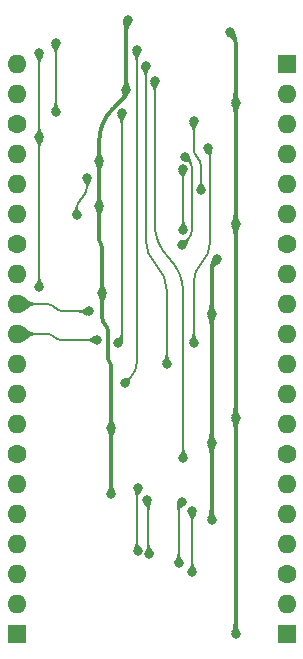
<source format=gbl>
%TF.GenerationSoftware,KiCad,Pcbnew,8.0.7*%
%TF.CreationDate,2025-05-23T15:43:43+02:00*%
%TF.ProjectId,GPIO Bus,4750494f-2042-4757-932e-6b696361645f,V1*%
%TF.SameCoordinates,Original*%
%TF.FileFunction,Copper,L2,Bot*%
%TF.FilePolarity,Positive*%
%FSLAX46Y46*%
G04 Gerber Fmt 4.6, Leading zero omitted, Abs format (unit mm)*
G04 Created by KiCad (PCBNEW 8.0.7) date 2025-05-23 15:43:43*
%MOMM*%
%LPD*%
G01*
G04 APERTURE LIST*
G04 Aperture macros list*
%AMRoundRect*
0 Rectangle with rounded corners*
0 $1 Rounding radius*
0 $2 $3 $4 $5 $6 $7 $8 $9 X,Y pos of 4 corners*
0 Add a 4 corners polygon primitive as box body*
4,1,4,$2,$3,$4,$5,$6,$7,$8,$9,$2,$3,0*
0 Add four circle primitives for the rounded corners*
1,1,$1+$1,$2,$3*
1,1,$1+$1,$4,$5*
1,1,$1+$1,$6,$7*
1,1,$1+$1,$8,$9*
0 Add four rect primitives between the rounded corners*
20,1,$1+$1,$2,$3,$4,$5,0*
20,1,$1+$1,$4,$5,$6,$7,0*
20,1,$1+$1,$6,$7,$8,$9,0*
20,1,$1+$1,$8,$9,$2,$3,0*%
G04 Aperture macros list end*
%TA.AperFunction,ComponentPad*%
%ADD10O,1.600000X1.600000*%
%TD*%
%TA.AperFunction,ComponentPad*%
%ADD11C,1.600000*%
%TD*%
%TA.AperFunction,ComponentPad*%
%ADD12RoundRect,0.250000X-0.550000X-0.550000X0.550000X-0.550000X0.550000X0.550000X-0.550000X0.550000X0*%
%TD*%
%TA.AperFunction,ComponentPad*%
%ADD13R,1.600000X1.600000*%
%TD*%
%TA.AperFunction,ViaPad*%
%ADD14C,0.800000*%
%TD*%
%TA.AperFunction,Conductor*%
%ADD15C,0.380000*%
%TD*%
%TA.AperFunction,Conductor*%
%ADD16C,0.200000*%
%TD*%
G04 APERTURE END LIST*
D10*
%TO.P,J1,1,Pin_1*%
%TO.N,/Write Enable*%
X0Y0D03*
%TO.P,J1,2,Pin_2*%
%TO.N,/A_{Enable}*%
X0Y-2540000D03*
D11*
%TO.P,J1,3,Pin_3*%
%TO.N,/A5*%
X0Y-5080000D03*
D10*
%TO.P,J1,4,Pin_4*%
%TO.N,/A4*%
X0Y-7620000D03*
%TO.P,J1,5,Pin_5*%
%TO.N,/A3*%
X0Y-10160000D03*
%TO.P,J1,6,Pin_6*%
%TO.N,/A2*%
X0Y-12700000D03*
D11*
%TO.P,J1,7,Pin_7*%
%TO.N,/A1*%
X0Y-15240000D03*
D10*
%TO.P,J1,8,Pin_8*%
%TO.N,/A0*%
X0Y-17780000D03*
%TO.P,J1,9,Pin_9*%
%TO.N,/Read GPIO _{ALL}*%
X0Y-20320000D03*
%TO.P,J1,10,Pin_10*%
%TO.N,/Write GPIO _{ALL}*%
X0Y-22860000D03*
%TO.P,J1,11,Pin_11*%
%TO.N,/~{A5}*%
X0Y-25400000D03*
%TO.P,J1,12,Pin_12*%
%TO.N,/D0*%
X0Y-27940000D03*
%TO.P,J1,13,Pin_13*%
%TO.N,/D1*%
X0Y-30480000D03*
D11*
%TO.P,J1,14,Pin_14*%
%TO.N,/D2*%
X0Y-33020000D03*
D10*
%TO.P,J1,15,Pin_15*%
%TO.N,/D3*%
X0Y-35560000D03*
%TO.P,J1,16,Pin_16*%
%TO.N,/D4*%
X0Y-38100000D03*
%TO.P,J1,17,Pin_17*%
%TO.N,/D5*%
X0Y-40640000D03*
%TO.P,J1,18,Pin_18*%
%TO.N,/D6*%
X0Y-43180000D03*
%TO.P,J1,19,Pin_19*%
%TO.N,/D7*%
X0Y-45720000D03*
D12*
%TO.P,J1,20,Pin_20*%
%TO.N,/3.3V*%
X0Y-48260000D03*
D13*
%TO.P,J1,21,Pin_21*%
%TO.N,/GND*%
X22860000Y-48260000D03*
D10*
%TO.P,J1,22,Pin_22*%
%TO.N,/DD7*%
X22860000Y-45720000D03*
D11*
%TO.P,J1,23,Pin_23*%
%TO.N,/DD6*%
X22860000Y-43180000D03*
D10*
%TO.P,J1,24,Pin_24*%
%TO.N,/DD5*%
X22860000Y-40640000D03*
%TO.P,J1,25,Pin_25*%
%TO.N,/DD4*%
X22860000Y-38100000D03*
%TO.P,J1,26,Pin_26*%
%TO.N,/DD3*%
X22860000Y-35560000D03*
D11*
%TO.P,J1,27,Pin_27*%
%TO.N,/DD2*%
X22860000Y-33020000D03*
D10*
%TO.P,J1,28,Pin_28*%
%TO.N,/DD1*%
X22860000Y-30480000D03*
%TO.P,J1,29,Pin_29*%
%TO.N,/DD0*%
X22860000Y-27940000D03*
%TO.P,J1,30,Pin_30*%
%TO.N,/~{A4}*%
X22860000Y-25400000D03*
%TO.P,J1,31,Pin_31*%
%TO.N,/WWrite GPIO _{ALL}*%
X22860000Y-22860000D03*
%TO.P,J1,32,Pin_32*%
%TO.N,/RRead GPIO _{ALL}*%
X22860000Y-20320000D03*
%TO.P,J1,33,Pin_33*%
%TO.N,/AA5*%
X22860000Y-17780000D03*
D11*
%TO.P,J1,34,Pin_34*%
%TO.N,/AA4*%
X22860000Y-15240000D03*
D10*
%TO.P,J1,35,Pin_35*%
%TO.N,/AA3*%
X22860000Y-12700000D03*
%TO.P,J1,36,Pin_36*%
%TO.N,/AA2*%
X22860000Y-10160000D03*
%TO.P,J1,37,Pin_37*%
%TO.N,/AA1*%
X22860000Y-7620000D03*
%TO.P,J1,38,Pin_38*%
%TO.N,/AA0*%
X22860000Y-5080000D03*
%TO.P,J1,39,Pin_39*%
%TO.N,/AA_{Enable}*%
X22860000Y-2540000D03*
D13*
%TO.P,J1,40,Pin_40*%
%TO.N,/GND*%
X22860000Y0D03*
%TD*%
D14*
%TO.N,/A4*%
X1905000Y-18923000D03*
%TO.N,/GND*%
X7239000Y-19431000D03*
X6985000Y-8255000D03*
X16970250Y-16557750D03*
X9271000Y-2207000D03*
X8001000Y-30861000D03*
X8001000Y-36449000D03*
X6985000Y-12065000D03*
X16510000Y-21209000D03*
X16510000Y-32131000D03*
X16510000Y-38608010D03*
X9398004Y3683000D03*
%TO.N,/3.3V*%
X18542000Y-3302000D03*
X18542000Y-13589000D03*
X18542000Y-29972000D03*
X18542000Y-48260000D03*
X18034000Y2667000D03*
%TO.N,Net-(IC2-A7)*%
X14986000Y-4826000D03*
X15609000Y-10696950D03*
%TO.N,/A4*%
X1905000Y889000D03*
X1905000Y-6223000D03*
%TO.N,Net-(IC2-A2)*%
X13973071Y-15328238D03*
X14228582Y-7861999D03*
%TO.N,Net-(IC2-A3)*%
X14056254Y-8897763D03*
X14097000Y-14097000D03*
%TO.N,Net-(IC2-A4)*%
X5969000Y-9652000D03*
X5080000Y-12827000D03*
%TO.N,Net-(IC2-A1)*%
X14986000Y-23622000D03*
X16178000Y-7138892D03*
%TO.N,Net-(IC4-A6)*%
X13998168Y-37085000D03*
X13716000Y-42303000D03*
%TO.N,Net-(IC4-A4)*%
X10277494Y-41226000D03*
X10287000Y-35941000D03*
%TO.N,Net-(IC4-A5)*%
X11049000Y-36957000D03*
X11233005Y-41534322D03*
%TO.N,Net-(IC4-A7)*%
X14859000Y-37846000D03*
X14859000Y-43053000D03*
%TO.N,/~{Write Enable}*%
X14097000Y-33401000D03*
X11684000Y-1457000D03*
%TO.N,/~{A5}*%
X9144000Y-27051000D03*
X10160000Y1143000D03*
%TO.N,/~{A4}*%
X10922000Y-157000D03*
X12700000Y-25400000D03*
%TO.N,/A5*%
X3302000Y-4064000D03*
X3302000Y1778000D03*
%TO.N,/Write GPIO _{ALL}*%
X6790579Y-23373900D03*
%TO.N,/A_{Enable}*%
X8587000Y-23622000D03*
X8890000Y-4191000D03*
%TO.N,/Read GPIO _{ALL}*%
X6086000Y-20955000D03*
%TD*%
D15*
%TO.N,/3.3V*%
X18288000Y2413000D02*
G75*
G02*
X18541996Y1799789I-613200J-613200D01*
G01*
%TO.N,/GND*%
X7239000Y-21484789D02*
G75*
G03*
X7492997Y-22098003I867200J-11D01*
G01*
X7874000Y-25273000D02*
G75*
G02*
X8000998Y-25579605I-306600J-306600D01*
G01*
X9271000Y-2437000D02*
G75*
G02*
X9108372Y-2829641I-555300J0D01*
G01*
X6985000Y-14933394D02*
G75*
G03*
X7111998Y-15240002I433600J-6D01*
G01*
X8128000Y-3810000D02*
G75*
G03*
X6985003Y-6569446I2759440J-2759440D01*
G01*
X7493000Y-22098000D02*
G75*
G02*
X7746996Y-22711210I-613200J-613200D01*
G01*
X16740125Y-16787875D02*
G75*
G03*
X16510034Y-17343445I555575J-555525D01*
G01*
X9334502Y3619498D02*
G75*
G03*
X9271004Y3466190I153298J-153298D01*
G01*
X7747000Y-24966394D02*
G75*
G03*
X7873998Y-25273002I433600J-6D01*
G01*
X7112000Y-15240000D02*
G75*
G02*
X7238998Y-15546605I-306600J-306600D01*
G01*
D16*
%TO.N,/Read GPIO _{ALL}*%
X3238500Y-20637500D02*
G75*
G03*
X2471987Y-20320005I-766500J-766500D01*
G01*
X3238500Y-20637500D02*
G75*
G03*
X4005012Y-20954995I766500J766500D01*
G01*
%TO.N,/A_{Enable}*%
X8890000Y-23104746D02*
G75*
G02*
X8738486Y-23470486I-517300J46D01*
G01*
%TO.N,/Write GPIO _{ALL}*%
X3177950Y-23116950D02*
G75*
G03*
X2557617Y-22859993I-620350J-620350D01*
G01*
X3177950Y-23116950D02*
G75*
G03*
X3798282Y-23373907I620350J620350D01*
G01*
%TO.N,/~{A4}*%
X11811000Y-17018000D02*
G75*
G02*
X12700002Y-19164235I-2146240J-2146240D01*
G01*
X10922000Y-14871764D02*
G75*
G03*
X11810998Y-17018002I3035230J-6D01*
G01*
%TO.N,/~{A5}*%
X10160000Y-25316579D02*
G75*
G02*
X9652000Y-26543000I-1734420J-1D01*
G01*
%TO.N,/~{Write Enable}*%
X12890500Y-16446500D02*
G75*
G02*
X14096998Y-19359248I-2912760J-2912750D01*
G01*
X11684000Y-13533751D02*
G75*
G03*
X12890500Y-16446500I4119250J1D01*
G01*
%TO.N,Net-(IC4-A5)*%
X11099235Y-37007235D02*
G75*
G02*
X11149473Y-37128513I-121235J-121265D01*
G01*
X11149470Y-41391718D02*
G75*
G03*
X11191241Y-41492550I142630J18D01*
G01*
%TO.N,Net-(IC4-A4)*%
X10229500Y-35998500D02*
G75*
G03*
X10172007Y-36137317I138800J-138800D01*
G01*
X10172000Y-41045910D02*
G75*
G03*
X10224750Y-41173250I180100J10D01*
G01*
%TO.N,Net-(IC4-A6)*%
X13857084Y-37226084D02*
G75*
G03*
X13715996Y-37566690I340616J-340616D01*
G01*
%TO.N,Net-(IC2-A1)*%
X16268500Y-7229392D02*
G75*
G02*
X16359011Y-7447878I-218500J-218508D01*
G01*
X16359000Y-15182142D02*
G75*
G02*
X15672501Y-16839501I-2343870J2D01*
G01*
X15672500Y-16839500D02*
G75*
G03*
X14985953Y-18496857I1657300J-1657400D01*
G01*
%TO.N,Net-(IC2-A4)*%
X5969000Y-10293382D02*
G75*
G02*
X5524499Y-11366499I-1517620J2D01*
G01*
X5439210Y-11451789D02*
G75*
G03*
X5079993Y-12319000I867190J-867211D01*
G01*
%TO.N,Net-(IC2-A3)*%
X14076627Y-8918136D02*
G75*
G02*
X14096973Y-8967320I-49227J-49164D01*
G01*
%TO.N,Net-(IC2-A2)*%
X14081831Y-15299829D02*
G75*
G02*
X14013247Y-15328257I-68631J68629D01*
G01*
X14543791Y-8177208D02*
G75*
G02*
X14859005Y-8938189I-760991J-760992D01*
G01*
X14859000Y-13953032D02*
G75*
G02*
X14456211Y-14925449I-1375210J2D01*
G01*
%TO.N,Net-(IC2-A7)*%
X15297500Y-7931500D02*
G75*
G02*
X15608989Y-8683527I-752000J-752000D01*
G01*
X14986000Y-7179472D02*
G75*
G03*
X15297492Y-7931508I1063500J-28D01*
G01*
%TO.N,/~{A5}*%
X9144000Y-27051000D02*
X9652000Y-26543000D01*
X10160000Y1143000D02*
X10160000Y-25316579D01*
%TO.N,/A4*%
X1905000Y-18923000D02*
X1905000Y-6223000D01*
%TO.N,/~{A4}*%
X10922000Y-157000D02*
X10922000Y-14871764D01*
X12700000Y-25400000D02*
X12700000Y-19164235D01*
D15*
%TO.N,/GND*%
X9271000Y-2207000D02*
X9271000Y-2437000D01*
X9398004Y3683000D02*
X9334502Y3619498D01*
X7239000Y-19431000D02*
X7239000Y-15546605D01*
X16510000Y-38608010D02*
X16510000Y-32131000D01*
X16970250Y-16557750D02*
X16740125Y-16787875D01*
X8001000Y-30861000D02*
X8001000Y-36449000D01*
X6985000Y-8255000D02*
X6985000Y-6569446D01*
X7239000Y-21484789D02*
X7239000Y-19431000D01*
X6985000Y-14933394D02*
X6985000Y-12065000D01*
X9271000Y-2207000D02*
X9271000Y3466190D01*
X9108365Y-2829634D02*
X8128000Y-3810000D01*
X6985000Y-8255000D02*
X6985000Y-12065000D01*
X7747000Y-22711210D02*
X7747000Y-24966394D01*
X16510000Y-21209000D02*
X16510000Y-17343445D01*
X16510000Y-21209000D02*
X16510000Y-32131000D01*
X8001000Y-30861000D02*
X8001000Y-25579605D01*
%TO.N,/3.3V*%
X18034000Y2667000D02*
X18288000Y2413000D01*
X18542000Y-3302000D02*
X18542000Y1799789D01*
X18542000Y-29972000D02*
X18542000Y-13589000D01*
X18542000Y-3302000D02*
X18542000Y-13589000D01*
X18542000Y-48260000D02*
X18542000Y-29972000D01*
D16*
%TO.N,Net-(IC2-A7)*%
X14986000Y-4826000D02*
X14986000Y-7179472D01*
X15609000Y-8683527D02*
X15609000Y-10696950D01*
%TO.N,/A4*%
X1905000Y889000D02*
X1905000Y-6223000D01*
%TO.N,Net-(IC2-A2)*%
X14081831Y-15299829D02*
X14456211Y-14925449D01*
X14013247Y-15328238D02*
X13973071Y-15328238D01*
X14543791Y-8177208D02*
X14228582Y-7861999D01*
X14859000Y-8938189D02*
X14859000Y-13953032D01*
%TO.N,Net-(IC2-A3)*%
X14097000Y-14097000D02*
X14097000Y-8967320D01*
X14056254Y-8897763D02*
X14076627Y-8918136D01*
%TO.N,Net-(IC2-A4)*%
X5524499Y-11366499D02*
X5439210Y-11451789D01*
X5969000Y-10293382D02*
X5969000Y-9652000D01*
X5080000Y-12319000D02*
X5080000Y-12827000D01*
%TO.N,Net-(IC2-A1)*%
X16359000Y-7447878D02*
X16359000Y-15182142D01*
X16178000Y-7138892D02*
X16268500Y-7229392D01*
X14986000Y-23622000D02*
X14986000Y-18496857D01*
%TO.N,Net-(IC4-A6)*%
X13716000Y-37566690D02*
X13716000Y-42303000D01*
X13857084Y-37226084D02*
X13998168Y-37085000D01*
%TO.N,Net-(IC4-A4)*%
X10172000Y-36137317D02*
X10172000Y-41045910D01*
X10229500Y-35998500D02*
X10287000Y-35941000D01*
X10224747Y-41173253D02*
X10277494Y-41226000D01*
%TO.N,Net-(IC4-A5)*%
X11191237Y-41492554D02*
X11233005Y-41534322D01*
X11149470Y-37128513D02*
X11149470Y-41391718D01*
X11099235Y-37007235D02*
X11049000Y-36957000D01*
%TO.N,Net-(IC4-A7)*%
X14859000Y-37846000D02*
X14859000Y-43053000D01*
%TO.N,/~{Write Enable}*%
X14097000Y-19359248D02*
X14097000Y-33401000D01*
X11684000Y-1457000D02*
X11684000Y-13533751D01*
%TO.N,/A5*%
X3302000Y-4064000D02*
X3302000Y1778000D01*
%TO.N,/Write GPIO _{ALL}*%
X2557617Y-22860000D02*
X0Y-22860000D01*
X6790579Y-23373900D02*
X3798282Y-23373900D01*
%TO.N,/A_{Enable}*%
X8890000Y-23104746D02*
X8890000Y-4191000D01*
X8738500Y-23470500D02*
X8587000Y-23622000D01*
%TO.N,/Read GPIO _{ALL}*%
X2471987Y-20320000D02*
X0Y-20320000D01*
X6086000Y-20955000D02*
X4005012Y-20955000D01*
%TD*%
%TA.AperFunction,Conductor*%
%TO.N,/3.3V*%
G36*
X18402030Y2815741D02*
G01*
X18408197Y2809740D01*
X18485576Y2637614D01*
X18485576Y2637613D01*
X18550621Y2510118D01*
X18550744Y2509870D01*
X18603860Y2399376D01*
X18604347Y2398204D01*
X18650957Y2266272D01*
X18651309Y2265074D01*
X18694219Y2084071D01*
X18692793Y2075230D01*
X18685534Y2069988D01*
X18685150Y2069904D01*
X18333668Y1999993D01*
X18324887Y2001740D01*
X18320612Y2006911D01*
X18262282Y2144954D01*
X18163811Y2210045D01*
X18039332Y2240256D01*
X18038763Y2240411D01*
X17899870Y2282195D01*
X17896601Y2283767D01*
X17762684Y2376200D01*
X17757824Y2383718D01*
X17759703Y2392473D01*
X17761042Y2394083D01*
X18032143Y2666311D01*
X18035982Y2668875D01*
X18393075Y2815763D01*
X18402030Y2815741D01*
G37*
%TD.AperFunction*%
%TD*%
%TA.AperFunction,Conductor*%
%TO.N,/GND*%
G36*
X9275109Y-2209712D02*
G01*
X9546164Y-2482125D01*
X9549570Y-2490406D01*
X9546697Y-2498056D01*
X9440400Y-2620237D01*
X9440400Y-2620238D01*
X9375266Y-2725798D01*
X9326464Y-2822630D01*
X9325973Y-2823508D01*
X9261607Y-2927825D01*
X9260477Y-2929360D01*
X9155894Y-3049573D01*
X9147879Y-3053566D01*
X9139388Y-3050721D01*
X9138794Y-3050167D01*
X8885906Y-2797279D01*
X8882479Y-2789006D01*
X8884596Y-2782295D01*
X8925408Y-2724041D01*
X8957338Y-2678468D01*
X8965263Y-2579908D01*
X8965262Y-2579901D01*
X8933208Y-2478952D01*
X8892019Y-2360994D01*
X8891471Y-2358707D01*
X8872786Y-2220239D01*
X8875076Y-2211584D01*
X8882816Y-2207081D01*
X8884353Y-2206976D01*
X9266832Y-2206301D01*
X9275109Y-2209712D01*
G37*
%TD.AperFunction*%
%TD*%
%TA.AperFunction,Conductor*%
%TO.N,/GND*%
G36*
X16611356Y-16409061D02*
G01*
X16968267Y-16555874D01*
X16972106Y-16558438D01*
X17243371Y-16830831D01*
X17246781Y-16839111D01*
X17243337Y-16847377D01*
X17241886Y-16848605D01*
X17112843Y-16940866D01*
X17109922Y-16942384D01*
X16978248Y-16988724D01*
X16977828Y-16988863D01*
X16861155Y-17025028D01*
X16769122Y-17094112D01*
X16713944Y-17230622D01*
X16707667Y-17237008D01*
X16700815Y-17237712D01*
X16349312Y-17167816D01*
X16341866Y-17162842D01*
X16340119Y-17154059D01*
X16340165Y-17153838D01*
X16380252Y-16970827D01*
X16380429Y-16970129D01*
X16419632Y-16834709D01*
X16419947Y-16833775D01*
X16464072Y-16719654D01*
X16464254Y-16719214D01*
X16521724Y-16588700D01*
X16596153Y-16415266D01*
X16602565Y-16409016D01*
X16611356Y-16409061D01*
G37*
%TD.AperFunction*%
%TD*%
%TA.AperFunction,Conductor*%
%TO.N,/A_{Enable}*%
G36*
X8986552Y-22929679D02*
G01*
X8989979Y-22937952D01*
X8989979Y-22937973D01*
X8989688Y-23098748D01*
X8989688Y-23098798D01*
X8988944Y-23221222D01*
X8988944Y-23221249D01*
X8988056Y-23327015D01*
X8987312Y-23449478D01*
X8987021Y-23610350D01*
X8983579Y-23618617D01*
X8975350Y-23622029D01*
X8591875Y-23622987D01*
X8583594Y-23619581D01*
X8583558Y-23619546D01*
X8574394Y-23610350D01*
X8414089Y-23449478D01*
X8313842Y-23348876D01*
X8310430Y-23340596D01*
X8313871Y-23332329D01*
X8315277Y-23331134D01*
X8440069Y-23241105D01*
X8442596Y-23239721D01*
X8572557Y-23188244D01*
X8572558Y-23188247D01*
X8572574Y-23188237D01*
X8683905Y-23144393D01*
X8761113Y-23069972D01*
X8788112Y-22935646D01*
X8793102Y-22928211D01*
X8799583Y-22926252D01*
X8978279Y-22926252D01*
X8986552Y-22929679D01*
G37*
%TD.AperFunction*%
%TD*%
%TA.AperFunction,Conductor*%
%TO.N,Net-(IC4-A6)*%
G36*
X14001573Y-37087418D02*
G01*
X14001609Y-37087453D01*
X14271436Y-37358234D01*
X14274848Y-37366514D01*
X14271407Y-37374781D01*
X14270100Y-37375903D01*
X14148747Y-37465558D01*
X14146438Y-37466887D01*
X14021779Y-37520778D01*
X14021722Y-37520804D01*
X13915947Y-37567896D01*
X13915945Y-37567897D01*
X13915944Y-37567898D01*
X13843116Y-37644342D01*
X13843115Y-37644344D01*
X13817810Y-37777346D01*
X13812897Y-37784833D01*
X13806316Y-37786859D01*
X13627576Y-37786859D01*
X13619303Y-37783432D01*
X13615877Y-37775284D01*
X13614145Y-37612797D01*
X13614145Y-37612765D01*
X13609723Y-37489254D01*
X13604444Y-37382604D01*
X13600025Y-37259201D01*
X13600020Y-37258913D01*
X13598293Y-37096793D01*
X13601631Y-37088485D01*
X13609867Y-37084971D01*
X13609898Y-37084970D01*
X13993292Y-37084012D01*
X14001573Y-37087418D01*
G37*
%TD.AperFunction*%
%TD*%
%TA.AperFunction,Conductor*%
%TO.N,/~{A5}*%
G36*
X9587582Y-26480786D02*
G01*
X9716351Y-26605149D01*
X9719921Y-26613361D01*
X9717442Y-26620770D01*
X9629833Y-26732866D01*
X9590258Y-26834733D01*
X9576697Y-26935535D01*
X9576693Y-26935563D01*
X9560759Y-27051885D01*
X9560338Y-27053775D01*
X9517351Y-27191865D01*
X9511620Y-27198745D01*
X9502702Y-27199558D01*
X9501728Y-27199207D01*
X9147817Y-27053575D01*
X9141470Y-27047258D01*
X8995826Y-26693352D01*
X8995847Y-26684398D01*
X9002193Y-26678080D01*
X9003236Y-26677708D01*
X9141207Y-26635788D01*
X9143206Y-26635368D01*
X9260460Y-26621332D01*
X9260481Y-26621338D01*
X9260481Y-26621330D01*
X9362060Y-26609357D01*
X9463173Y-26569960D01*
X9572012Y-26480177D01*
X9580573Y-26477556D01*
X9587582Y-26480786D01*
G37*
%TD.AperFunction*%
%TD*%
%TA.AperFunction,Conductor*%
%TO.N,/~{A5}*%
G36*
X10164502Y1142123D02*
G01*
X10517952Y994762D01*
X10524270Y988415D01*
X10524249Y979461D01*
X10523900Y978702D01*
X10450360Y832635D01*
X10449611Y831355D01*
X10376734Y723266D01*
X10316262Y628862D01*
X10275158Y513758D01*
X10260947Y353665D01*
X10256802Y345728D01*
X10249293Y343000D01*
X10070707Y343000D01*
X10062434Y346427D01*
X10059053Y353665D01*
X10044840Y513758D01*
X10044840Y513761D01*
X10003738Y628860D01*
X9943261Y723271D01*
X9870378Y831369D01*
X9869646Y832620D01*
X9796097Y978705D01*
X9795438Y987632D01*
X9801287Y994413D01*
X9802046Y994762D01*
X10155498Y1142123D01*
X10164452Y1142144D01*
X10164502Y1142123D01*
G37*
%TD.AperFunction*%
%TD*%
%TA.AperFunction,Conductor*%
%TO.N,/A4*%
G36*
X2189716Y-6340703D02*
G01*
X2262952Y-6371237D01*
X2269270Y-6377584D01*
X2269249Y-6386538D01*
X2268900Y-6387297D01*
X2195360Y-6533362D01*
X2194611Y-6534642D01*
X2121734Y-6642732D01*
X2061262Y-6737135D01*
X2020158Y-6852240D01*
X2005947Y-7012335D01*
X2001802Y-7020272D01*
X1994293Y-7023000D01*
X1815707Y-7023000D01*
X1807434Y-7019573D01*
X1804053Y-7012335D01*
X1789840Y-6852240D01*
X1789840Y-6852238D01*
X1748738Y-6737138D01*
X1688261Y-6642728D01*
X1615382Y-6534635D01*
X1614642Y-6533370D01*
X1541099Y-6387297D01*
X1540439Y-6378367D01*
X1546288Y-6371586D01*
X1547047Y-6371237D01*
X1900500Y-6223875D01*
X1909449Y-6223855D01*
X2189716Y-6340703D01*
G37*
%TD.AperFunction*%
%TD*%
%TA.AperFunction,Conductor*%
%TO.N,/A4*%
G36*
X2002566Y-18126427D02*
G01*
X2005947Y-18133665D01*
X2020158Y-18293758D01*
X2061262Y-18408862D01*
X2121734Y-18503266D01*
X2194611Y-18611355D01*
X2195360Y-18612635D01*
X2268900Y-18758702D01*
X2269560Y-18767632D01*
X2263711Y-18774413D01*
X2262952Y-18774762D01*
X1909502Y-18922123D01*
X1900548Y-18922144D01*
X1900498Y-18922123D01*
X1547046Y-18774762D01*
X1540728Y-18768415D01*
X1540749Y-18759461D01*
X1541083Y-18758734D01*
X1614646Y-18612620D01*
X1615378Y-18611369D01*
X1688261Y-18503271D01*
X1748738Y-18408860D01*
X1789840Y-18293761D01*
X1804053Y-18133664D01*
X1808198Y-18125728D01*
X1815707Y-18123000D01*
X1994293Y-18123000D01*
X2002566Y-18126427D01*
G37*
%TD.AperFunction*%
%TD*%
%TA.AperFunction,Conductor*%
%TO.N,/~{A4}*%
G36*
X11206716Y-274703D02*
G01*
X11279952Y-305237D01*
X11286270Y-311584D01*
X11286249Y-320538D01*
X11285900Y-321297D01*
X11212360Y-467362D01*
X11211611Y-468642D01*
X11138734Y-576732D01*
X11078262Y-671135D01*
X11037158Y-786240D01*
X11022947Y-946335D01*
X11018802Y-954272D01*
X11011293Y-957000D01*
X10832707Y-957000D01*
X10824434Y-953573D01*
X10821053Y-946335D01*
X10806840Y-786240D01*
X10806840Y-786238D01*
X10765738Y-671138D01*
X10705261Y-576728D01*
X10632382Y-468635D01*
X10631642Y-467370D01*
X10558099Y-321297D01*
X10557439Y-312367D01*
X10563288Y-305586D01*
X10564047Y-305237D01*
X10917500Y-157875D01*
X10926449Y-157855D01*
X11206716Y-274703D01*
G37*
%TD.AperFunction*%
%TD*%
%TA.AperFunction,Conductor*%
%TO.N,/~{A4}*%
G36*
X12797566Y-24603427D02*
G01*
X12800947Y-24610665D01*
X12815158Y-24770758D01*
X12856262Y-24885862D01*
X12916734Y-24980266D01*
X12989611Y-25088355D01*
X12990360Y-25089635D01*
X13063900Y-25235702D01*
X13064560Y-25244632D01*
X13058711Y-25251413D01*
X13057952Y-25251762D01*
X12704502Y-25399123D01*
X12695548Y-25399144D01*
X12695498Y-25399123D01*
X12342046Y-25251762D01*
X12335728Y-25245415D01*
X12335749Y-25236461D01*
X12336083Y-25235734D01*
X12409646Y-25089620D01*
X12410378Y-25088369D01*
X12483261Y-24980271D01*
X12543738Y-24885860D01*
X12584840Y-24770761D01*
X12599053Y-24610664D01*
X12603198Y-24602728D01*
X12610707Y-24600000D01*
X12789293Y-24600000D01*
X12797566Y-24603427D01*
G37*
%TD.AperFunction*%
%TD*%
%TA.AperFunction,Conductor*%
%TO.N,/GND*%
G36*
X7426010Y-18634427D02*
G01*
X7429429Y-18642255D01*
X7435340Y-18797418D01*
X7455202Y-18914412D01*
X7489853Y-19012908D01*
X7489858Y-19012921D01*
X7540483Y-19123636D01*
X7540548Y-19123779D01*
X7603732Y-19267001D01*
X7603936Y-19275953D01*
X7597749Y-19282428D01*
X7597529Y-19282522D01*
X7243502Y-19430123D01*
X7234548Y-19430144D01*
X7234498Y-19430123D01*
X6880470Y-19282522D01*
X6874152Y-19276175D01*
X6874173Y-19267221D01*
X6874236Y-19267071D01*
X6937450Y-19123779D01*
X6988145Y-19012907D01*
X7022794Y-18914416D01*
X7042658Y-18797412D01*
X7048571Y-18642253D01*
X7052311Y-18634118D01*
X7060263Y-18631000D01*
X7417737Y-18631000D01*
X7426010Y-18634427D01*
G37*
%TD.AperFunction*%
%TD*%
%TA.AperFunction,Conductor*%
%TO.N,/GND*%
G36*
X16868529Y-32279477D02*
G01*
X16874847Y-32285824D01*
X16874826Y-32294778D01*
X16874732Y-32294999D01*
X16811558Y-32438195D01*
X16811493Y-32438337D01*
X16760858Y-32549076D01*
X16760853Y-32549089D01*
X16726202Y-32647585D01*
X16706340Y-32764580D01*
X16700429Y-32919745D01*
X16696689Y-32927882D01*
X16688737Y-32931000D01*
X16331263Y-32931000D01*
X16322990Y-32927573D01*
X16319571Y-32919746D01*
X16319571Y-32919745D01*
X16313658Y-32764587D01*
X16293794Y-32647582D01*
X16259145Y-32549091D01*
X16259143Y-32549087D01*
X16259139Y-32549076D01*
X16208504Y-32438338D01*
X16208439Y-32438195D01*
X16145266Y-32294996D01*
X16145063Y-32286046D01*
X16151250Y-32279571D01*
X16151399Y-32279506D01*
X16505500Y-32131875D01*
X16514449Y-32131855D01*
X16868529Y-32279477D01*
G37*
%TD.AperFunction*%
%TD*%
%TA.AperFunction,Conductor*%
%TO.N,/GND*%
G36*
X16697010Y-37811437D02*
G01*
X16700429Y-37819265D01*
X16706340Y-37974428D01*
X16726202Y-38091422D01*
X16760853Y-38189918D01*
X16760858Y-38189931D01*
X16811483Y-38300646D01*
X16811548Y-38300789D01*
X16874732Y-38444011D01*
X16874936Y-38452963D01*
X16868749Y-38459438D01*
X16868529Y-38459532D01*
X16514502Y-38607133D01*
X16505548Y-38607154D01*
X16505498Y-38607133D01*
X16151470Y-38459532D01*
X16145152Y-38453185D01*
X16145173Y-38444231D01*
X16145236Y-38444081D01*
X16208450Y-38300789D01*
X16259145Y-38189917D01*
X16293794Y-38091426D01*
X16313658Y-37974422D01*
X16319571Y-37819263D01*
X16323311Y-37811128D01*
X16331263Y-37808010D01*
X16688737Y-37808010D01*
X16697010Y-37811437D01*
G37*
%TD.AperFunction*%
%TD*%
%TA.AperFunction,Conductor*%
%TO.N,/GND*%
G36*
X8359529Y-31009477D02*
G01*
X8365847Y-31015824D01*
X8365826Y-31024778D01*
X8365732Y-31024999D01*
X8302558Y-31168195D01*
X8302493Y-31168337D01*
X8251858Y-31279076D01*
X8251853Y-31279089D01*
X8217202Y-31377585D01*
X8197340Y-31494580D01*
X8191429Y-31649745D01*
X8187689Y-31657882D01*
X8179737Y-31661000D01*
X7822263Y-31661000D01*
X7813990Y-31657573D01*
X7810571Y-31649746D01*
X7810571Y-31649745D01*
X7804658Y-31494587D01*
X7784794Y-31377582D01*
X7750145Y-31279091D01*
X7750143Y-31279087D01*
X7750139Y-31279076D01*
X7699504Y-31168338D01*
X7699439Y-31168195D01*
X7636266Y-31024996D01*
X7636063Y-31016046D01*
X7642250Y-31009571D01*
X7642399Y-31009506D01*
X7996500Y-30861875D01*
X8005449Y-30861855D01*
X8359529Y-31009477D01*
G37*
%TD.AperFunction*%
%TD*%
%TA.AperFunction,Conductor*%
%TO.N,/GND*%
G36*
X8188010Y-35652427D02*
G01*
X8191429Y-35660255D01*
X8197340Y-35815418D01*
X8217202Y-35932412D01*
X8251853Y-36030908D01*
X8251858Y-36030921D01*
X8302483Y-36141636D01*
X8302548Y-36141779D01*
X8365732Y-36285001D01*
X8365936Y-36293953D01*
X8359749Y-36300428D01*
X8359529Y-36300522D01*
X8005502Y-36448123D01*
X7996548Y-36448144D01*
X7996498Y-36448123D01*
X7642470Y-36300522D01*
X7636152Y-36294175D01*
X7636173Y-36285221D01*
X7636236Y-36285071D01*
X7699450Y-36141779D01*
X7750145Y-36030907D01*
X7784794Y-35932416D01*
X7804658Y-35815412D01*
X7810571Y-35660253D01*
X7814311Y-35652118D01*
X7822263Y-35649000D01*
X8179737Y-35649000D01*
X8188010Y-35652427D01*
G37*
%TD.AperFunction*%
%TD*%
%TA.AperFunction,Conductor*%
%TO.N,/GND*%
G36*
X7172010Y-7458427D02*
G01*
X7175429Y-7466255D01*
X7181340Y-7621418D01*
X7201202Y-7738412D01*
X7235853Y-7836908D01*
X7235858Y-7836921D01*
X7286483Y-7947636D01*
X7286548Y-7947779D01*
X7349732Y-8091001D01*
X7349936Y-8099953D01*
X7343749Y-8106428D01*
X7343529Y-8106522D01*
X6989502Y-8254123D01*
X6980548Y-8254144D01*
X6980498Y-8254123D01*
X6626470Y-8106522D01*
X6620152Y-8100175D01*
X6620173Y-8091221D01*
X6620236Y-8091071D01*
X6683450Y-7947779D01*
X6734145Y-7836907D01*
X6768794Y-7738416D01*
X6788658Y-7621412D01*
X6794571Y-7466253D01*
X6798311Y-7458118D01*
X6806263Y-7455000D01*
X7163737Y-7455000D01*
X7172010Y-7458427D01*
G37*
%TD.AperFunction*%
%TD*%
%TA.AperFunction,Conductor*%
%TO.N,/GND*%
G36*
X7597529Y-19579477D02*
G01*
X7603847Y-19585824D01*
X7603826Y-19594778D01*
X7603732Y-19594999D01*
X7540558Y-19738195D01*
X7540493Y-19738337D01*
X7489858Y-19849076D01*
X7489853Y-19849089D01*
X7455202Y-19947585D01*
X7435340Y-20064580D01*
X7429429Y-20219745D01*
X7425689Y-20227882D01*
X7417737Y-20231000D01*
X7060263Y-20231000D01*
X7051990Y-20227573D01*
X7048571Y-20219746D01*
X7048571Y-20219745D01*
X7042658Y-20064587D01*
X7022794Y-19947582D01*
X6988145Y-19849091D01*
X6988143Y-19849087D01*
X6988139Y-19849076D01*
X6937504Y-19738338D01*
X6937439Y-19738195D01*
X6874266Y-19594996D01*
X6874063Y-19586046D01*
X6880250Y-19579571D01*
X6880399Y-19579506D01*
X7234500Y-19431875D01*
X7243449Y-19431855D01*
X7597529Y-19579477D01*
G37*
%TD.AperFunction*%
%TD*%
%TA.AperFunction,Conductor*%
%TO.N,/GND*%
G36*
X7343529Y-12213477D02*
G01*
X7349847Y-12219824D01*
X7349826Y-12228778D01*
X7349732Y-12228999D01*
X7286558Y-12372195D01*
X7286493Y-12372337D01*
X7235858Y-12483076D01*
X7235853Y-12483089D01*
X7201202Y-12581585D01*
X7181340Y-12698580D01*
X7175429Y-12853745D01*
X7171689Y-12861882D01*
X7163737Y-12865000D01*
X6806263Y-12865000D01*
X6797990Y-12861573D01*
X6794571Y-12853746D01*
X6794571Y-12853745D01*
X6788658Y-12698587D01*
X6768794Y-12581582D01*
X6734145Y-12483091D01*
X6734143Y-12483087D01*
X6734139Y-12483076D01*
X6683504Y-12372338D01*
X6683439Y-12372195D01*
X6620266Y-12228996D01*
X6620063Y-12220046D01*
X6626250Y-12213571D01*
X6626399Y-12213506D01*
X6980500Y-12065875D01*
X6989449Y-12065855D01*
X7343529Y-12213477D01*
G37*
%TD.AperFunction*%
%TD*%
%TA.AperFunction,Conductor*%
%TO.N,/GND*%
G36*
X9400179Y3683093D02*
G01*
X9755649Y3534891D01*
X9761967Y3528544D01*
X9761946Y3519590D01*
X9761457Y3518560D01*
X9685249Y3376531D01*
X9684075Y3374754D01*
X9602369Y3272612D01*
X9602306Y3272534D01*
X9530713Y3184595D01*
X9530708Y3184588D01*
X9480149Y3075262D01*
X9462189Y2918630D01*
X9457842Y2910801D01*
X9450565Y2908263D01*
X9092188Y2908263D01*
X9083915Y2911690D01*
X9080500Y2919440D01*
X9073522Y3075262D01*
X9072368Y3101035D01*
X9051785Y3237070D01*
X9027277Y3353906D01*
X9027171Y3354499D01*
X9006726Y3489623D01*
X9006607Y3490842D01*
X9004635Y3534891D01*
X8998549Y3670809D01*
X9001602Y3679225D01*
X9009714Y3683018D01*
X9010208Y3683030D01*
X9395648Y3683994D01*
X9400179Y3683093D01*
G37*
%TD.AperFunction*%
%TD*%
%TA.AperFunction,Conductor*%
%TO.N,/GND*%
G36*
X9458010Y-1410427D02*
G01*
X9461429Y-1418255D01*
X9467340Y-1573418D01*
X9487202Y-1690412D01*
X9521853Y-1788908D01*
X9521858Y-1788921D01*
X9572483Y-1899636D01*
X9572548Y-1899779D01*
X9635732Y-2043001D01*
X9635936Y-2051953D01*
X9629749Y-2058428D01*
X9629529Y-2058522D01*
X9275502Y-2206123D01*
X9266548Y-2206144D01*
X9266498Y-2206123D01*
X8912470Y-2058522D01*
X8906152Y-2052175D01*
X8906173Y-2043221D01*
X8906236Y-2043071D01*
X8969450Y-1899779D01*
X9020145Y-1788907D01*
X9054794Y-1690416D01*
X9074658Y-1573412D01*
X9080571Y-1418253D01*
X9084311Y-1410118D01*
X9092263Y-1407000D01*
X9449737Y-1407000D01*
X9458010Y-1410427D01*
G37*
%TD.AperFunction*%
%TD*%
%TA.AperFunction,Conductor*%
%TO.N,/GND*%
G36*
X7343529Y-8403477D02*
G01*
X7349847Y-8409824D01*
X7349826Y-8418778D01*
X7349732Y-8418999D01*
X7286558Y-8562195D01*
X7286493Y-8562337D01*
X7235858Y-8673076D01*
X7235853Y-8673089D01*
X7201202Y-8771585D01*
X7181340Y-8888580D01*
X7175429Y-9043745D01*
X7171689Y-9051882D01*
X7163737Y-9055000D01*
X6806263Y-9055000D01*
X6797990Y-9051573D01*
X6794571Y-9043746D01*
X6794571Y-9043745D01*
X6788658Y-8888587D01*
X6768794Y-8771582D01*
X6734145Y-8673091D01*
X6734143Y-8673087D01*
X6734139Y-8673076D01*
X6683504Y-8562338D01*
X6683439Y-8562195D01*
X6620266Y-8418996D01*
X6620063Y-8410046D01*
X6626250Y-8403571D01*
X6626399Y-8403506D01*
X6980500Y-8255875D01*
X6989449Y-8255855D01*
X7343529Y-8403477D01*
G37*
%TD.AperFunction*%
%TD*%
%TA.AperFunction,Conductor*%
%TO.N,/GND*%
G36*
X7172010Y-11268427D02*
G01*
X7175429Y-11276255D01*
X7181340Y-11431418D01*
X7201202Y-11548412D01*
X7235853Y-11646908D01*
X7235858Y-11646921D01*
X7286483Y-11757636D01*
X7286548Y-11757779D01*
X7349732Y-11901001D01*
X7349936Y-11909953D01*
X7343749Y-11916428D01*
X7343529Y-11916522D01*
X6989502Y-12064123D01*
X6980548Y-12064144D01*
X6980498Y-12064123D01*
X6626470Y-11916522D01*
X6620152Y-11910175D01*
X6620173Y-11901221D01*
X6620236Y-11901071D01*
X6683450Y-11757779D01*
X6734145Y-11646907D01*
X6768794Y-11548416D01*
X6788658Y-11431412D01*
X6794571Y-11276253D01*
X6798311Y-11268118D01*
X6806263Y-11265000D01*
X7163737Y-11265000D01*
X7172010Y-11268427D01*
G37*
%TD.AperFunction*%
%TD*%
%TA.AperFunction,Conductor*%
%TO.N,/GND*%
G36*
X16697010Y-20412427D02*
G01*
X16700429Y-20420255D01*
X16706340Y-20575418D01*
X16726202Y-20692412D01*
X16760853Y-20790908D01*
X16760858Y-20790921D01*
X16811483Y-20901636D01*
X16811548Y-20901779D01*
X16874732Y-21045001D01*
X16874936Y-21053953D01*
X16868749Y-21060428D01*
X16868529Y-21060522D01*
X16514502Y-21208123D01*
X16505548Y-21208144D01*
X16505498Y-21208123D01*
X16151470Y-21060522D01*
X16145152Y-21054175D01*
X16145173Y-21045221D01*
X16145236Y-21045071D01*
X16208450Y-20901779D01*
X16259145Y-20790907D01*
X16293794Y-20692416D01*
X16313658Y-20575412D01*
X16319571Y-20420253D01*
X16323311Y-20412118D01*
X16331263Y-20409000D01*
X16688737Y-20409000D01*
X16697010Y-20412427D01*
G37*
%TD.AperFunction*%
%TD*%
%TA.AperFunction,Conductor*%
%TO.N,/GND*%
G36*
X16697010Y-31334427D02*
G01*
X16700429Y-31342255D01*
X16706340Y-31497418D01*
X16726202Y-31614412D01*
X16760853Y-31712908D01*
X16760858Y-31712921D01*
X16811483Y-31823636D01*
X16811548Y-31823779D01*
X16874732Y-31967001D01*
X16874936Y-31975953D01*
X16868749Y-31982428D01*
X16868529Y-31982522D01*
X16514502Y-32130123D01*
X16505548Y-32130144D01*
X16505498Y-32130123D01*
X16151470Y-31982522D01*
X16145152Y-31976175D01*
X16145173Y-31967221D01*
X16145236Y-31967071D01*
X16208450Y-31823779D01*
X16259145Y-31712907D01*
X16293794Y-31614416D01*
X16313658Y-31497412D01*
X16319571Y-31342253D01*
X16323311Y-31334118D01*
X16331263Y-31331000D01*
X16688737Y-31331000D01*
X16697010Y-31334427D01*
G37*
%TD.AperFunction*%
%TD*%
%TA.AperFunction,Conductor*%
%TO.N,/GND*%
G36*
X16868529Y-21357477D02*
G01*
X16874847Y-21363824D01*
X16874826Y-21372778D01*
X16874732Y-21372999D01*
X16811558Y-21516195D01*
X16811493Y-21516337D01*
X16760858Y-21627076D01*
X16760853Y-21627089D01*
X16726202Y-21725585D01*
X16706340Y-21842580D01*
X16700429Y-21997745D01*
X16696689Y-22005882D01*
X16688737Y-22009000D01*
X16331263Y-22009000D01*
X16322990Y-22005573D01*
X16319571Y-21997746D01*
X16319571Y-21997745D01*
X16313658Y-21842587D01*
X16293794Y-21725582D01*
X16259145Y-21627091D01*
X16259143Y-21627087D01*
X16259139Y-21627076D01*
X16208504Y-21516338D01*
X16208439Y-21516195D01*
X16145266Y-21372996D01*
X16145063Y-21364046D01*
X16151250Y-21357571D01*
X16151399Y-21357506D01*
X16505500Y-21209875D01*
X16514449Y-21209855D01*
X16868529Y-21357477D01*
G37*
%TD.AperFunction*%
%TD*%
%TA.AperFunction,Conductor*%
%TO.N,/GND*%
G36*
X8188010Y-30064427D02*
G01*
X8191429Y-30072255D01*
X8197340Y-30227418D01*
X8217202Y-30344412D01*
X8251853Y-30442908D01*
X8251858Y-30442921D01*
X8302483Y-30553636D01*
X8302548Y-30553779D01*
X8365732Y-30697001D01*
X8365936Y-30705953D01*
X8359749Y-30712428D01*
X8359529Y-30712522D01*
X8005502Y-30860123D01*
X7996548Y-30860144D01*
X7996498Y-30860123D01*
X7642470Y-30712522D01*
X7636152Y-30706175D01*
X7636173Y-30697221D01*
X7636236Y-30697071D01*
X7699450Y-30553779D01*
X7750145Y-30442907D01*
X7784794Y-30344416D01*
X7804658Y-30227412D01*
X7810571Y-30072253D01*
X7814311Y-30064118D01*
X7822263Y-30061000D01*
X8179737Y-30061000D01*
X8188010Y-30064427D01*
G37*
%TD.AperFunction*%
%TD*%
%TA.AperFunction,Conductor*%
%TO.N,/3.3V*%
G36*
X18729010Y-2505427D02*
G01*
X18732429Y-2513255D01*
X18738340Y-2668418D01*
X18758202Y-2785412D01*
X18792853Y-2883908D01*
X18792858Y-2883921D01*
X18843483Y-2994636D01*
X18843548Y-2994779D01*
X18906732Y-3138001D01*
X18906936Y-3146953D01*
X18900749Y-3153428D01*
X18900529Y-3153522D01*
X18546502Y-3301123D01*
X18537548Y-3301144D01*
X18537498Y-3301123D01*
X18183470Y-3153522D01*
X18177152Y-3147175D01*
X18177173Y-3138221D01*
X18177236Y-3138071D01*
X18240450Y-2994779D01*
X18291145Y-2883907D01*
X18325794Y-2785416D01*
X18345658Y-2668412D01*
X18351571Y-2513253D01*
X18355311Y-2505118D01*
X18363263Y-2502000D01*
X18720737Y-2502000D01*
X18729010Y-2505427D01*
G37*
%TD.AperFunction*%
%TD*%
%TA.AperFunction,Conductor*%
%TO.N,/3.3V*%
G36*
X18900529Y-13737477D02*
G01*
X18906847Y-13743824D01*
X18906826Y-13752778D01*
X18906732Y-13752999D01*
X18843558Y-13896195D01*
X18843493Y-13896337D01*
X18792858Y-14007076D01*
X18792853Y-14007089D01*
X18758202Y-14105585D01*
X18738340Y-14222580D01*
X18732429Y-14377745D01*
X18728689Y-14385882D01*
X18720737Y-14389000D01*
X18363263Y-14389000D01*
X18354990Y-14385573D01*
X18351571Y-14377746D01*
X18351571Y-14377745D01*
X18345658Y-14222587D01*
X18325794Y-14105582D01*
X18291145Y-14007091D01*
X18291143Y-14007087D01*
X18291139Y-14007076D01*
X18240504Y-13896338D01*
X18240439Y-13896195D01*
X18177266Y-13752996D01*
X18177063Y-13744046D01*
X18183250Y-13737571D01*
X18183399Y-13737506D01*
X18537500Y-13589875D01*
X18546449Y-13589855D01*
X18900529Y-13737477D01*
G37*
%TD.AperFunction*%
%TD*%
%TA.AperFunction,Conductor*%
%TO.N,/3.3V*%
G36*
X18729010Y-29175427D02*
G01*
X18732429Y-29183255D01*
X18738340Y-29338418D01*
X18758202Y-29455412D01*
X18792853Y-29553908D01*
X18792858Y-29553921D01*
X18843483Y-29664636D01*
X18843548Y-29664779D01*
X18906732Y-29808001D01*
X18906936Y-29816953D01*
X18900749Y-29823428D01*
X18900529Y-29823522D01*
X18546502Y-29971123D01*
X18537548Y-29971144D01*
X18537498Y-29971123D01*
X18183470Y-29823522D01*
X18177152Y-29817175D01*
X18177173Y-29808221D01*
X18177236Y-29808071D01*
X18240450Y-29664779D01*
X18291145Y-29553907D01*
X18325794Y-29455416D01*
X18345658Y-29338412D01*
X18351571Y-29183253D01*
X18355311Y-29175118D01*
X18363263Y-29172000D01*
X18720737Y-29172000D01*
X18729010Y-29175427D01*
G37*
%TD.AperFunction*%
%TD*%
%TA.AperFunction,Conductor*%
%TO.N,/3.3V*%
G36*
X18729010Y-12792427D02*
G01*
X18732429Y-12800255D01*
X18738340Y-12955418D01*
X18758202Y-13072412D01*
X18792853Y-13170908D01*
X18792858Y-13170921D01*
X18843483Y-13281636D01*
X18843548Y-13281779D01*
X18906732Y-13425001D01*
X18906936Y-13433953D01*
X18900749Y-13440428D01*
X18900529Y-13440522D01*
X18546502Y-13588123D01*
X18537548Y-13588144D01*
X18537498Y-13588123D01*
X18183470Y-13440522D01*
X18177152Y-13434175D01*
X18177173Y-13425221D01*
X18177236Y-13425071D01*
X18240450Y-13281779D01*
X18291145Y-13170907D01*
X18325794Y-13072416D01*
X18345658Y-12955412D01*
X18351571Y-12800253D01*
X18355311Y-12792118D01*
X18363263Y-12789000D01*
X18720737Y-12789000D01*
X18729010Y-12792427D01*
G37*
%TD.AperFunction*%
%TD*%
%TA.AperFunction,Conductor*%
%TO.N,/3.3V*%
G36*
X18900529Y-3450477D02*
G01*
X18906847Y-3456824D01*
X18906826Y-3465778D01*
X18906732Y-3465999D01*
X18843558Y-3609195D01*
X18843493Y-3609337D01*
X18792858Y-3720076D01*
X18792853Y-3720089D01*
X18758202Y-3818585D01*
X18738340Y-3935580D01*
X18732429Y-4090745D01*
X18728689Y-4098882D01*
X18720737Y-4102000D01*
X18363263Y-4102000D01*
X18354990Y-4098573D01*
X18351571Y-4090746D01*
X18351571Y-4090745D01*
X18345658Y-3935587D01*
X18325794Y-3818582D01*
X18291145Y-3720091D01*
X18291143Y-3720087D01*
X18291139Y-3720076D01*
X18240504Y-3609338D01*
X18240439Y-3609195D01*
X18177266Y-3465996D01*
X18177063Y-3457046D01*
X18183250Y-3450571D01*
X18183399Y-3450506D01*
X18537500Y-3302875D01*
X18546449Y-3302855D01*
X18900529Y-3450477D01*
G37*
%TD.AperFunction*%
%TD*%
%TA.AperFunction,Conductor*%
%TO.N,/3.3V*%
G36*
X18900529Y-30120477D02*
G01*
X18906847Y-30126824D01*
X18906826Y-30135778D01*
X18906732Y-30135999D01*
X18843558Y-30279195D01*
X18843493Y-30279337D01*
X18792858Y-30390076D01*
X18792853Y-30390089D01*
X18758202Y-30488585D01*
X18738340Y-30605580D01*
X18732429Y-30760745D01*
X18728689Y-30768882D01*
X18720737Y-30772000D01*
X18363263Y-30772000D01*
X18354990Y-30768573D01*
X18351571Y-30760746D01*
X18351571Y-30760745D01*
X18345658Y-30605587D01*
X18325794Y-30488582D01*
X18291145Y-30390091D01*
X18291143Y-30390087D01*
X18291139Y-30390076D01*
X18240504Y-30279338D01*
X18240439Y-30279195D01*
X18177266Y-30135996D01*
X18177063Y-30127046D01*
X18183250Y-30120571D01*
X18183399Y-30120506D01*
X18537500Y-29972875D01*
X18546449Y-29972855D01*
X18900529Y-30120477D01*
G37*
%TD.AperFunction*%
%TD*%
%TA.AperFunction,Conductor*%
%TO.N,/3.3V*%
G36*
X18729010Y-47463427D02*
G01*
X18732429Y-47471255D01*
X18738340Y-47626418D01*
X18758202Y-47743412D01*
X18792853Y-47841908D01*
X18792858Y-47841921D01*
X18843483Y-47952636D01*
X18843548Y-47952779D01*
X18906732Y-48096001D01*
X18906936Y-48104953D01*
X18900749Y-48111428D01*
X18900529Y-48111522D01*
X18546502Y-48259123D01*
X18537548Y-48259144D01*
X18537498Y-48259123D01*
X18183470Y-48111522D01*
X18177152Y-48105175D01*
X18177173Y-48096221D01*
X18177236Y-48096071D01*
X18240450Y-47952779D01*
X18291145Y-47841907D01*
X18325794Y-47743416D01*
X18345658Y-47626412D01*
X18351571Y-47471253D01*
X18355311Y-47463118D01*
X18363263Y-47460000D01*
X18720737Y-47460000D01*
X18729010Y-47463427D01*
G37*
%TD.AperFunction*%
%TD*%
%TA.AperFunction,Conductor*%
%TO.N,Net-(IC2-A7)*%
G36*
X15270716Y-4943703D02*
G01*
X15343952Y-4974237D01*
X15350270Y-4980584D01*
X15350249Y-4989538D01*
X15349900Y-4990297D01*
X15276360Y-5136362D01*
X15275611Y-5137642D01*
X15202734Y-5245732D01*
X15142262Y-5340135D01*
X15101158Y-5455240D01*
X15086947Y-5615335D01*
X15082802Y-5623272D01*
X15075293Y-5626000D01*
X14896707Y-5626000D01*
X14888434Y-5622573D01*
X14885053Y-5615335D01*
X14870840Y-5455240D01*
X14870840Y-5455238D01*
X14829738Y-5340138D01*
X14769261Y-5245728D01*
X14696382Y-5137635D01*
X14695642Y-5136370D01*
X14622099Y-4990297D01*
X14621439Y-4981367D01*
X14627288Y-4974586D01*
X14628047Y-4974237D01*
X14981500Y-4826875D01*
X14990449Y-4826855D01*
X15270716Y-4943703D01*
G37*
%TD.AperFunction*%
%TD*%
%TA.AperFunction,Conductor*%
%TO.N,Net-(IC2-A7)*%
G36*
X15706566Y-9900377D02*
G01*
X15709947Y-9907615D01*
X15724158Y-10067708D01*
X15765262Y-10182812D01*
X15825734Y-10277216D01*
X15898611Y-10385305D01*
X15899360Y-10386585D01*
X15972900Y-10532652D01*
X15973560Y-10541582D01*
X15967711Y-10548363D01*
X15966952Y-10548712D01*
X15613502Y-10696073D01*
X15604548Y-10696094D01*
X15604498Y-10696073D01*
X15251046Y-10548712D01*
X15244728Y-10542365D01*
X15244749Y-10533411D01*
X15245083Y-10532684D01*
X15318646Y-10386570D01*
X15319378Y-10385319D01*
X15392261Y-10277221D01*
X15452738Y-10182810D01*
X15493840Y-10067711D01*
X15508053Y-9907614D01*
X15512198Y-9899678D01*
X15519707Y-9896950D01*
X15698293Y-9896950D01*
X15706566Y-9900377D01*
G37*
%TD.AperFunction*%
%TD*%
%TA.AperFunction,Conductor*%
%TO.N,/A4*%
G36*
X2002566Y-5426427D02*
G01*
X2005947Y-5433665D01*
X2020158Y-5593758D01*
X2061262Y-5708862D01*
X2121734Y-5803266D01*
X2194611Y-5911355D01*
X2195360Y-5912635D01*
X2268900Y-6058702D01*
X2269560Y-6067632D01*
X2263711Y-6074413D01*
X2262952Y-6074762D01*
X1909502Y-6222123D01*
X1900548Y-6222144D01*
X1900498Y-6222123D01*
X1547046Y-6074762D01*
X1540728Y-6068415D01*
X1540749Y-6059461D01*
X1541083Y-6058734D01*
X1614646Y-5912620D01*
X1615378Y-5911369D01*
X1688261Y-5803271D01*
X1748738Y-5708860D01*
X1789840Y-5593761D01*
X1804053Y-5433664D01*
X1808198Y-5425728D01*
X1815707Y-5423000D01*
X1994293Y-5423000D01*
X2002566Y-5426427D01*
G37*
%TD.AperFunction*%
%TD*%
%TA.AperFunction,Conductor*%
%TO.N,/A4*%
G36*
X1909502Y888123D02*
G01*
X2262952Y740762D01*
X2269270Y734415D01*
X2269249Y725461D01*
X2268900Y724702D01*
X2195360Y578635D01*
X2194611Y577355D01*
X2121734Y469266D01*
X2061262Y374862D01*
X2020158Y259758D01*
X2005947Y99665D01*
X2001802Y91728D01*
X1994293Y89000D01*
X1815707Y89000D01*
X1807434Y92427D01*
X1804053Y99665D01*
X1789840Y259758D01*
X1789840Y259761D01*
X1748738Y374860D01*
X1688261Y469271D01*
X1615378Y577369D01*
X1614646Y578620D01*
X1541097Y724705D01*
X1540438Y733632D01*
X1546287Y740413D01*
X1547046Y740762D01*
X1900498Y888123D01*
X1909452Y888144D01*
X1909502Y888123D01*
G37*
%TD.AperFunction*%
%TD*%
%TA.AperFunction,Conductor*%
%TO.N,Net-(IC2-A2)*%
G36*
X14458309Y-14794646D02*
G01*
X14602996Y-14899771D01*
X14607675Y-14907406D01*
X14605813Y-14915787D01*
X14524122Y-15036669D01*
X14524109Y-15036691D01*
X14471648Y-15135256D01*
X14471646Y-15135260D01*
X14436228Y-15226223D01*
X14399464Y-15333331D01*
X14399320Y-15333729D01*
X14346918Y-15470130D01*
X14340752Y-15476624D01*
X14331800Y-15476856D01*
X14331545Y-15476754D01*
X13976995Y-15330902D01*
X13970648Y-15324586D01*
X13970627Y-15324536D01*
X13906293Y-15168282D01*
X13825166Y-14971238D01*
X13825185Y-14962285D01*
X13831531Y-14955966D01*
X13833162Y-14955431D01*
X13981445Y-14918776D01*
X13984468Y-14918437D01*
X14116740Y-14920993D01*
X14117042Y-14921004D01*
X14232427Y-14926741D01*
X14340062Y-14895932D01*
X14443282Y-14795716D01*
X14451605Y-14792412D01*
X14458309Y-14794646D01*
G37*
%TD.AperFunction*%
%TD*%
%TA.AperFunction,Conductor*%
%TO.N,Net-(IC2-A2)*%
G36*
X14595976Y-7713518D02*
G01*
X14602293Y-7719866D01*
X14602407Y-7720155D01*
X14661431Y-7875255D01*
X14661690Y-7876013D01*
X14698393Y-7996762D01*
X14698512Y-7997180D01*
X14726496Y-8103220D01*
X14763377Y-8224555D01*
X14763377Y-8224557D01*
X14822780Y-8380646D01*
X14822520Y-8389597D01*
X14816322Y-8395616D01*
X14651174Y-8464022D01*
X14642220Y-8464022D01*
X14636791Y-8459440D01*
X14565247Y-8345624D01*
X14473549Y-8295974D01*
X14363598Y-8283787D01*
X14233148Y-8274083D01*
X14230954Y-8273707D01*
X14088323Y-8235026D01*
X14081235Y-8229553D01*
X14080093Y-8220672D01*
X14080568Y-8219276D01*
X14226342Y-7865582D01*
X14232662Y-7859241D01*
X14232669Y-7859237D01*
X14587025Y-7713495D01*
X14595976Y-7713518D01*
G37*
%TD.AperFunction*%
%TD*%
%TA.AperFunction,Conductor*%
%TO.N,Net-(IC2-A3)*%
G36*
X14355780Y-9021641D02*
G01*
X14414446Y-9046100D01*
X14420764Y-9052447D01*
X14420743Y-9061401D01*
X14420502Y-9061941D01*
X14352355Y-9204642D01*
X14351912Y-9205480D01*
X14289176Y-9313399D01*
X14240147Y-9408495D01*
X14240146Y-9408499D01*
X14208331Y-9523026D01*
X14208330Y-9523034D01*
X14197742Y-9678752D01*
X14193762Y-9686773D01*
X14186069Y-9689658D01*
X14007460Y-9689658D01*
X13999187Y-9686231D01*
X13995833Y-9679263D01*
X13977774Y-9518357D01*
X13926911Y-9405873D01*
X13854670Y-9315209D01*
X13854651Y-9315141D01*
X13854630Y-9315158D01*
X13771792Y-9209972D01*
X13770667Y-9208248D01*
X13692756Y-9062186D01*
X13691887Y-9053277D01*
X13697573Y-9046360D01*
X13698566Y-9045889D01*
X14051754Y-8898638D01*
X14060703Y-8898618D01*
X14355780Y-9021641D01*
G37*
%TD.AperFunction*%
%TD*%
%TA.AperFunction,Conductor*%
%TO.N,Net-(IC2-A3)*%
G36*
X14194566Y-13300427D02*
G01*
X14197947Y-13307665D01*
X14212158Y-13467758D01*
X14253262Y-13582862D01*
X14313734Y-13677266D01*
X14386611Y-13785355D01*
X14387360Y-13786635D01*
X14460900Y-13932702D01*
X14461560Y-13941632D01*
X14455711Y-13948413D01*
X14454952Y-13948762D01*
X14101502Y-14096123D01*
X14092548Y-14096144D01*
X14092498Y-14096123D01*
X13739046Y-13948762D01*
X13732728Y-13942415D01*
X13732749Y-13933461D01*
X13733083Y-13932734D01*
X13806646Y-13786620D01*
X13807378Y-13785369D01*
X13880261Y-13677271D01*
X13940738Y-13582860D01*
X13981840Y-13467761D01*
X13996053Y-13307664D01*
X14000198Y-13299728D01*
X14007707Y-13297000D01*
X14186293Y-13297000D01*
X14194566Y-13300427D01*
G37*
%TD.AperFunction*%
%TD*%
%TA.AperFunction,Conductor*%
%TO.N,Net-(IC2-A4)*%
G36*
X6303216Y-9790336D02*
G01*
X6327189Y-9800334D01*
X6333505Y-9806681D01*
X6333483Y-9815636D01*
X6333241Y-9816179D01*
X6265527Y-9957803D01*
X6264976Y-9958821D01*
X6201568Y-10063424D01*
X6201569Y-10063425D01*
X6147163Y-10154283D01*
X6101908Y-10264625D01*
X6067967Y-10417549D01*
X6062829Y-10424883D01*
X6054715Y-10426570D01*
X5878145Y-10398605D01*
X5870510Y-10393926D01*
X5868278Y-10386784D01*
X5871576Y-10241004D01*
X5871575Y-10240999D01*
X5831287Y-10136453D01*
X5831285Y-10136449D01*
X5831284Y-10136446D01*
X5762367Y-10050699D01*
X5708390Y-9985425D01*
X5680719Y-9951962D01*
X5679492Y-9950158D01*
X5605754Y-9816503D01*
X5604758Y-9807604D01*
X5610346Y-9800607D01*
X5611487Y-9800055D01*
X5964656Y-9652887D01*
X5973606Y-9652869D01*
X6303216Y-9790336D01*
G37*
%TD.AperFunction*%
%TD*%
%TA.AperFunction,Conductor*%
%TO.N,Net-(IC2-A4)*%
G36*
X5197307Y-12059981D02*
G01*
X5204115Y-12065796D01*
X5205230Y-12073039D01*
X5181060Y-12217495D01*
X5212218Y-12325687D01*
X5212219Y-12325689D01*
X5280557Y-12417763D01*
X5365636Y-12523029D01*
X5366767Y-12524707D01*
X5443202Y-12662481D01*
X5444219Y-12671378D01*
X5438647Y-12678388D01*
X5437469Y-12678958D01*
X5084192Y-12826076D01*
X5075237Y-12826093D01*
X5075190Y-12826073D01*
X4721543Y-12678555D01*
X4715226Y-12672207D01*
X4715249Y-12663253D01*
X4715353Y-12663011D01*
X4785500Y-12506913D01*
X4785795Y-12506307D01*
X4846445Y-12390889D01*
X4900284Y-12291560D01*
X4954560Y-12173427D01*
X5012838Y-12011948D01*
X5018870Y-12005331D01*
X5027459Y-12004794D01*
X5197307Y-12059981D01*
G37*
%TD.AperFunction*%
%TD*%
%TA.AperFunction,Conductor*%
%TO.N,Net-(IC2-A1)*%
G36*
X16565535Y-7138860D02*
G01*
X16573798Y-7142308D01*
X16577204Y-7150589D01*
X16577179Y-7151330D01*
X16565683Y-7325558D01*
X16565424Y-7327350D01*
X16536217Y-7457475D01*
X16535969Y-7458401D01*
X16500890Y-7570723D01*
X16500886Y-7570739D01*
X16471376Y-7702213D01*
X16459721Y-7878854D01*
X16455757Y-7886884D01*
X16448046Y-7889784D01*
X16269334Y-7889784D01*
X16261061Y-7886357D01*
X16257724Y-7879529D01*
X16241282Y-7747406D01*
X16241281Y-7747405D01*
X16241281Y-7747404D01*
X16191291Y-7657342D01*
X16191289Y-7657340D01*
X16113778Y-7591667D01*
X16013969Y-7522777D01*
X16013032Y-7522058D01*
X15904795Y-7429938D01*
X15900716Y-7421966D01*
X15903468Y-7413445D01*
X15904072Y-7412787D01*
X16174559Y-7141344D01*
X16182824Y-7137904D01*
X16565535Y-7138860D01*
G37*
%TD.AperFunction*%
%TD*%
%TA.AperFunction,Conductor*%
%TO.N,Net-(IC2-A1)*%
G36*
X15083566Y-22825427D02*
G01*
X15086947Y-22832665D01*
X15101158Y-22992758D01*
X15142262Y-23107862D01*
X15202734Y-23202266D01*
X15275611Y-23310355D01*
X15276360Y-23311635D01*
X15349900Y-23457702D01*
X15350560Y-23466632D01*
X15344711Y-23473413D01*
X15343952Y-23473762D01*
X14990502Y-23621123D01*
X14981548Y-23621144D01*
X14981498Y-23621123D01*
X14628046Y-23473762D01*
X14621728Y-23467415D01*
X14621749Y-23458461D01*
X14622083Y-23457734D01*
X14695646Y-23311620D01*
X14696378Y-23310369D01*
X14769261Y-23202271D01*
X14829738Y-23107860D01*
X14870840Y-22992761D01*
X14885053Y-22832664D01*
X14889198Y-22824728D01*
X14896707Y-22822000D01*
X15075293Y-22822000D01*
X15083566Y-22825427D01*
G37*
%TD.AperFunction*%
%TD*%
%TA.AperFunction,Conductor*%
%TO.N,Net-(IC4-A6)*%
G36*
X13813566Y-41506427D02*
G01*
X13816947Y-41513665D01*
X13831158Y-41673758D01*
X13872262Y-41788862D01*
X13932734Y-41883266D01*
X14005611Y-41991355D01*
X14006360Y-41992635D01*
X14079900Y-42138702D01*
X14080560Y-42147632D01*
X14074711Y-42154413D01*
X14073952Y-42154762D01*
X13720502Y-42302123D01*
X13711548Y-42302144D01*
X13711498Y-42302123D01*
X13358046Y-42154762D01*
X13351728Y-42148415D01*
X13351749Y-42139461D01*
X13352083Y-42138734D01*
X13425646Y-41992620D01*
X13426378Y-41991369D01*
X13499261Y-41883271D01*
X13559738Y-41788860D01*
X13600840Y-41673761D01*
X13615053Y-41513664D01*
X13619198Y-41505728D01*
X13626707Y-41503000D01*
X13805293Y-41503000D01*
X13813566Y-41506427D01*
G37*
%TD.AperFunction*%
%TD*%
%TA.AperFunction,Conductor*%
%TO.N,Net-(IC4-A4)*%
G36*
X10270178Y-40450411D02*
G01*
X10273479Y-40456970D01*
X10297600Y-40619821D01*
X10297600Y-40619822D01*
X10297601Y-40619824D01*
X10363805Y-40727852D01*
X10363806Y-40727853D01*
X10363807Y-40727854D01*
X10454508Y-40811863D01*
X10454899Y-40812242D01*
X10553390Y-40912363D01*
X10555167Y-40914693D01*
X10640345Y-41061387D01*
X10641536Y-41070262D01*
X10636102Y-41077380D01*
X10634729Y-41078061D01*
X10281996Y-41225123D01*
X10273042Y-41225144D01*
X10272992Y-41225123D01*
X9918899Y-41077495D01*
X9912581Y-41071148D01*
X9912602Y-41062194D01*
X9912638Y-41062107D01*
X9941412Y-40995825D01*
X9972549Y-40924104D01*
X10019177Y-40816645D01*
X10019178Y-40816642D01*
X10020592Y-40812242D01*
X10049910Y-40720998D01*
X10066824Y-40607626D01*
X10071635Y-40458306D01*
X10075327Y-40450149D01*
X10083329Y-40446984D01*
X10261905Y-40446984D01*
X10270178Y-40450411D01*
G37*
%TD.AperFunction*%
%TD*%
%TA.AperFunction,Conductor*%
%TO.N,Net-(IC4-A4)*%
G36*
X10644171Y-36088911D02*
G01*
X10650489Y-36095258D01*
X10650468Y-36104212D01*
X10649757Y-36105637D01*
X10563477Y-36252489D01*
X10561603Y-36254894D01*
X10460818Y-36354246D01*
X10460375Y-36354661D01*
X10366966Y-36437646D01*
X10298529Y-36544987D01*
X10298527Y-36544992D01*
X10273521Y-36708197D01*
X10268881Y-36715856D01*
X10261956Y-36718125D01*
X10083392Y-36718125D01*
X10075119Y-36714698D01*
X10071696Y-36706737D01*
X10067735Y-36558296D01*
X10053026Y-36445128D01*
X10053026Y-36445125D01*
X10024993Y-36349461D01*
X10024992Y-36349457D01*
X9980758Y-36242156D01*
X9922087Y-36104926D01*
X9921987Y-36095973D01*
X9928245Y-36089571D01*
X10282500Y-35941875D01*
X10291449Y-35941855D01*
X10644171Y-36088911D01*
G37*
%TD.AperFunction*%
%TD*%
%TA.AperFunction,Conductor*%
%TO.N,Net-(IC4-A5)*%
G36*
X11406269Y-37104952D02*
G01*
X11407562Y-37105491D01*
X11413880Y-37111838D01*
X11413859Y-37120792D01*
X11413779Y-37120980D01*
X11353288Y-37259219D01*
X11353257Y-37259289D01*
X11305360Y-37366829D01*
X11273203Y-37462462D01*
X11273202Y-37462468D01*
X11255126Y-37575928D01*
X11249866Y-37725726D01*
X11246151Y-37733873D01*
X11238173Y-37737015D01*
X11059592Y-37737015D01*
X11051319Y-37733588D01*
X11048014Y-37726999D01*
X11024359Y-37564322D01*
X10959338Y-37455936D01*
X10870056Y-37371378D01*
X10869693Y-37371019D01*
X10855102Y-37355941D01*
X10772420Y-37270499D01*
X10770698Y-37268216D01*
X10686097Y-37121597D01*
X10684931Y-37112720D01*
X10690385Y-37105617D01*
X10691724Y-37104954D01*
X11044500Y-36957875D01*
X11053449Y-36957855D01*
X11406269Y-37104952D01*
G37*
%TD.AperFunction*%
%TD*%
%TA.AperFunction,Conductor*%
%TO.N,Net-(IC4-A5)*%
G36*
X11247528Y-40754365D02*
G01*
X11250848Y-40761059D01*
X11272920Y-40923164D01*
X11272921Y-40923168D01*
X11333943Y-41032744D01*
X11418408Y-41119094D01*
X11418677Y-41119378D01*
X11511852Y-41221235D01*
X11513407Y-41223379D01*
X11596074Y-41369770D01*
X11597158Y-41378659D01*
X11591639Y-41385711D01*
X11590388Y-41386322D01*
X11237507Y-41533445D01*
X11228553Y-41533466D01*
X11228503Y-41533445D01*
X10874549Y-41385875D01*
X10868231Y-41379528D01*
X10868252Y-41370574D01*
X10868361Y-41370319D01*
X10931031Y-41230784D01*
X10931134Y-41230562D01*
X10983253Y-41122867D01*
X11020206Y-41027328D01*
X11042195Y-40913526D01*
X11048970Y-40762115D01*
X11052763Y-40754003D01*
X11060658Y-40750938D01*
X11239255Y-40750938D01*
X11247528Y-40754365D01*
G37*
%TD.AperFunction*%
%TD*%
%TA.AperFunction,Conductor*%
%TO.N,Net-(IC4-A7)*%
G36*
X14956566Y-42256427D02*
G01*
X14959947Y-42263665D01*
X14974158Y-42423758D01*
X15015262Y-42538862D01*
X15075734Y-42633266D01*
X15148611Y-42741355D01*
X15149360Y-42742635D01*
X15222900Y-42888702D01*
X15223560Y-42897632D01*
X15217711Y-42904413D01*
X15216952Y-42904762D01*
X14863502Y-43052123D01*
X14854548Y-43052144D01*
X14854498Y-43052123D01*
X14501046Y-42904762D01*
X14494728Y-42898415D01*
X14494749Y-42889461D01*
X14495083Y-42888734D01*
X14568646Y-42742620D01*
X14569378Y-42741369D01*
X14642261Y-42633271D01*
X14702738Y-42538860D01*
X14743840Y-42423761D01*
X14758053Y-42263664D01*
X14762198Y-42255728D01*
X14769707Y-42253000D01*
X14948293Y-42253000D01*
X14956566Y-42256427D01*
G37*
%TD.AperFunction*%
%TD*%
%TA.AperFunction,Conductor*%
%TO.N,Net-(IC4-A7)*%
G36*
X15143716Y-37963703D02*
G01*
X15216952Y-37994237D01*
X15223270Y-38000584D01*
X15223249Y-38009538D01*
X15222900Y-38010297D01*
X15149360Y-38156362D01*
X15148611Y-38157642D01*
X15075734Y-38265732D01*
X15015262Y-38360135D01*
X14974158Y-38475240D01*
X14959947Y-38635335D01*
X14955802Y-38643272D01*
X14948293Y-38646000D01*
X14769707Y-38646000D01*
X14761434Y-38642573D01*
X14758053Y-38635335D01*
X14743840Y-38475240D01*
X14743840Y-38475238D01*
X14702738Y-38360138D01*
X14642261Y-38265728D01*
X14569382Y-38157635D01*
X14568642Y-38156370D01*
X14495099Y-38010297D01*
X14494439Y-38001367D01*
X14500288Y-37994586D01*
X14501047Y-37994237D01*
X14854500Y-37846875D01*
X14863449Y-37846855D01*
X15143716Y-37963703D01*
G37*
%TD.AperFunction*%
%TD*%
%TA.AperFunction,Conductor*%
%TO.N,/~{Write Enable}*%
G36*
X14194566Y-32604427D02*
G01*
X14197947Y-32611665D01*
X14212158Y-32771758D01*
X14253262Y-32886862D01*
X14313734Y-32981266D01*
X14386611Y-33089355D01*
X14387360Y-33090635D01*
X14460900Y-33236702D01*
X14461560Y-33245632D01*
X14455711Y-33252413D01*
X14454952Y-33252762D01*
X14101502Y-33400123D01*
X14092548Y-33400144D01*
X14092498Y-33400123D01*
X13739046Y-33252762D01*
X13732728Y-33246415D01*
X13732749Y-33237461D01*
X13733083Y-33236734D01*
X13806646Y-33090620D01*
X13807378Y-33089369D01*
X13880261Y-32981271D01*
X13940738Y-32886860D01*
X13981840Y-32771761D01*
X13996053Y-32611664D01*
X14000198Y-32603728D01*
X14007707Y-32601000D01*
X14186293Y-32601000D01*
X14194566Y-32604427D01*
G37*
%TD.AperFunction*%
%TD*%
%TA.AperFunction,Conductor*%
%TO.N,/~{Write Enable}*%
G36*
X11968716Y-1574703D02*
G01*
X12041952Y-1605237D01*
X12048270Y-1611584D01*
X12048249Y-1620538D01*
X12047900Y-1621297D01*
X11974360Y-1767362D01*
X11973611Y-1768642D01*
X11900734Y-1876732D01*
X11840262Y-1971135D01*
X11799158Y-2086240D01*
X11784947Y-2246335D01*
X11780802Y-2254272D01*
X11773293Y-2257000D01*
X11594707Y-2257000D01*
X11586434Y-2253573D01*
X11583053Y-2246335D01*
X11568840Y-2086240D01*
X11568840Y-2086238D01*
X11527738Y-1971138D01*
X11467261Y-1876728D01*
X11394382Y-1768635D01*
X11393642Y-1767370D01*
X11320099Y-1621297D01*
X11319439Y-1612367D01*
X11325288Y-1605586D01*
X11326047Y-1605237D01*
X11679500Y-1457875D01*
X11688449Y-1457855D01*
X11968716Y-1574703D01*
G37*
%TD.AperFunction*%
%TD*%
%TA.AperFunction,Conductor*%
%TO.N,/A5*%
G36*
X3399566Y-3267427D02*
G01*
X3402947Y-3274665D01*
X3417158Y-3434758D01*
X3458262Y-3549862D01*
X3518734Y-3644266D01*
X3591611Y-3752355D01*
X3592360Y-3753635D01*
X3665900Y-3899702D01*
X3666560Y-3908632D01*
X3660711Y-3915413D01*
X3659952Y-3915762D01*
X3306502Y-4063123D01*
X3297548Y-4063144D01*
X3297498Y-4063123D01*
X2944046Y-3915762D01*
X2937728Y-3909415D01*
X2937749Y-3900461D01*
X2938083Y-3899734D01*
X3011646Y-3753620D01*
X3012378Y-3752369D01*
X3085261Y-3644271D01*
X3145738Y-3549860D01*
X3186840Y-3434761D01*
X3201053Y-3274664D01*
X3205198Y-3266728D01*
X3212707Y-3264000D01*
X3391293Y-3264000D01*
X3399566Y-3267427D01*
G37*
%TD.AperFunction*%
%TD*%
%TA.AperFunction,Conductor*%
%TO.N,/A5*%
G36*
X3306502Y1777123D02*
G01*
X3659952Y1629762D01*
X3666270Y1623415D01*
X3666249Y1614461D01*
X3665900Y1613702D01*
X3592360Y1467635D01*
X3591611Y1466355D01*
X3518734Y1358266D01*
X3458262Y1263862D01*
X3417158Y1148758D01*
X3402947Y988665D01*
X3398802Y980728D01*
X3391293Y978000D01*
X3212707Y978000D01*
X3204434Y981427D01*
X3201053Y988665D01*
X3186840Y1148758D01*
X3186840Y1148761D01*
X3145738Y1263860D01*
X3085261Y1358271D01*
X3012378Y1466369D01*
X3011646Y1467620D01*
X2938097Y1613705D01*
X2937438Y1622632D01*
X2943287Y1629413D01*
X2944046Y1629762D01*
X3297498Y1777123D01*
X3306452Y1777144D01*
X3306502Y1777123D01*
G37*
%TD.AperFunction*%
%TD*%
%TA.AperFunction,Conductor*%
%TO.N,/Write GPIO _{ALL}*%
G36*
X316483Y-22126511D02*
G01*
X317528Y-22127007D01*
X626478Y-22292888D01*
X628259Y-22294066D01*
X841676Y-22465079D01*
X841730Y-22465177D01*
X841757Y-22465145D01*
X916463Y-22526111D01*
X1024842Y-22614558D01*
X1252361Y-22720040D01*
X1589637Y-22758808D01*
X1597464Y-22763157D01*
X1600000Y-22770431D01*
X1600000Y-22949568D01*
X1596573Y-22957841D01*
X1589636Y-22961191D01*
X1252365Y-22999957D01*
X1252357Y-22999959D01*
X1024841Y-23105440D01*
X1024841Y-23105441D01*
X841757Y-23254853D01*
X841676Y-23254918D01*
X628259Y-23425932D01*
X626478Y-23427110D01*
X317528Y-23592992D01*
X308618Y-23593887D01*
X301685Y-23588219D01*
X301189Y-23587174D01*
X234182Y-23425932D01*
X864Y-22864487D01*
X854Y-22855538D01*
X301190Y-22132823D01*
X307528Y-22126500D01*
X316483Y-22126511D01*
G37*
%TD.AperFunction*%
%TD*%
%TA.AperFunction,Conductor*%
%TO.N,/Write GPIO _{ALL}*%
G36*
X6641992Y-23015187D02*
G01*
X6642341Y-23015946D01*
X6789702Y-23369398D01*
X6789723Y-23378352D01*
X6789702Y-23378402D01*
X6642341Y-23731852D01*
X6635994Y-23738170D01*
X6627040Y-23738149D01*
X6626281Y-23737800D01*
X6480214Y-23664260D01*
X6478934Y-23663511D01*
X6370845Y-23590634D01*
X6276441Y-23530162D01*
X6276440Y-23530161D01*
X6276439Y-23530161D01*
X6161340Y-23489059D01*
X6161339Y-23489058D01*
X6161337Y-23489058D01*
X6001244Y-23474846D01*
X5993307Y-23470701D01*
X5990579Y-23463192D01*
X5990579Y-23284607D01*
X5994006Y-23276334D01*
X6001243Y-23272953D01*
X6161340Y-23258740D01*
X6276439Y-23217638D01*
X6370850Y-23157161D01*
X6478948Y-23084278D01*
X6480199Y-23083546D01*
X6626284Y-23009997D01*
X6635211Y-23009338D01*
X6641992Y-23015187D01*
G37*
%TD.AperFunction*%
%TD*%
%TA.AperFunction,Conductor*%
%TO.N,/A_{Enable}*%
G36*
X9174716Y-4308703D02*
G01*
X9247952Y-4339237D01*
X9254270Y-4345584D01*
X9254249Y-4354538D01*
X9253900Y-4355297D01*
X9180360Y-4501362D01*
X9179611Y-4502642D01*
X9106734Y-4610732D01*
X9046262Y-4705135D01*
X9005158Y-4820240D01*
X8990947Y-4980335D01*
X8986802Y-4988272D01*
X8979293Y-4991000D01*
X8800707Y-4991000D01*
X8792434Y-4987573D01*
X8789053Y-4980335D01*
X8774840Y-4820240D01*
X8774840Y-4820238D01*
X8733738Y-4705138D01*
X8673261Y-4610728D01*
X8600382Y-4502635D01*
X8599642Y-4501370D01*
X8526099Y-4355297D01*
X8525439Y-4346367D01*
X8531288Y-4339586D01*
X8532047Y-4339237D01*
X8885500Y-4191875D01*
X8894449Y-4191855D01*
X9174716Y-4308703D01*
G37*
%TD.AperFunction*%
%TD*%
%TA.AperFunction,Conductor*%
%TO.N,/Read GPIO _{ALL}*%
G36*
X316483Y-19586511D02*
G01*
X317528Y-19587007D01*
X626478Y-19752888D01*
X628259Y-19754066D01*
X841676Y-19925079D01*
X841730Y-19925177D01*
X841757Y-19925145D01*
X916463Y-19986111D01*
X1024842Y-20074558D01*
X1252361Y-20180040D01*
X1589637Y-20218808D01*
X1597464Y-20223157D01*
X1600000Y-20230431D01*
X1600000Y-20409568D01*
X1596573Y-20417841D01*
X1589636Y-20421191D01*
X1252365Y-20459957D01*
X1252357Y-20459959D01*
X1024841Y-20565440D01*
X1024841Y-20565441D01*
X841757Y-20714853D01*
X841676Y-20714918D01*
X628259Y-20885932D01*
X626478Y-20887110D01*
X317528Y-21052992D01*
X308618Y-21053887D01*
X301685Y-21048219D01*
X301189Y-21047174D01*
X234182Y-20885932D01*
X864Y-20324487D01*
X854Y-20315538D01*
X301190Y-19592823D01*
X307528Y-19586500D01*
X316483Y-19586511D01*
G37*
%TD.AperFunction*%
%TD*%
%TA.AperFunction,Conductor*%
%TO.N,/Read GPIO _{ALL}*%
G36*
X5937413Y-20596287D02*
G01*
X5937762Y-20597046D01*
X6085123Y-20950498D01*
X6085144Y-20959452D01*
X6085123Y-20959502D01*
X5937762Y-21312952D01*
X5931415Y-21319270D01*
X5922461Y-21319249D01*
X5921702Y-21318900D01*
X5775635Y-21245360D01*
X5774355Y-21244611D01*
X5666266Y-21171734D01*
X5571862Y-21111262D01*
X5571861Y-21111261D01*
X5571860Y-21111261D01*
X5456761Y-21070159D01*
X5456760Y-21070158D01*
X5456758Y-21070158D01*
X5296665Y-21055946D01*
X5288728Y-21051801D01*
X5286000Y-21044292D01*
X5286000Y-20865707D01*
X5289427Y-20857434D01*
X5296664Y-20854053D01*
X5456761Y-20839840D01*
X5571860Y-20798738D01*
X5666271Y-20738261D01*
X5774369Y-20665378D01*
X5775620Y-20664646D01*
X5921705Y-20591097D01*
X5930632Y-20590438D01*
X5937413Y-20596287D01*
G37*
%TD.AperFunction*%
%TD*%
M02*

</source>
